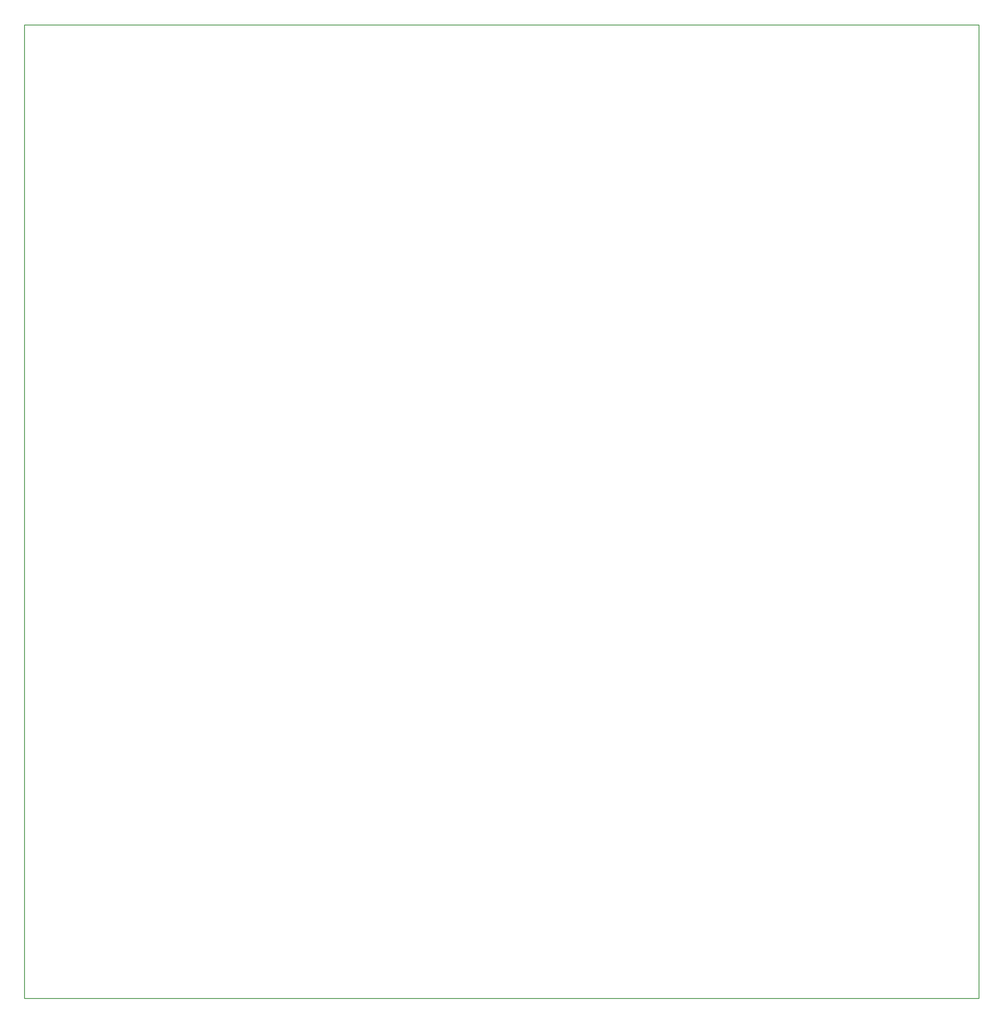
<source format=gko>
*
*
G04 PADS VX.2.3 Build Number: 9191294 generated Gerber (RS-274-X) file*
G04 PC Version=2.1*
*
%IN "radiant_v3.pcb"*%
*
%MOIN*%
*
%FSLAX35Y35*%
*
*
*
*
G04 PC Standard Apertures*
*
*
G04 Thermal Relief Aperture macro.*
%AMTER*
1,1,$1,0,0*
1,0,$1-$2,0,0*
21,0,$3,$4,0,0,45*
21,0,$3,$4,0,0,135*
%
*
*
G04 Annular Aperture macro.*
%AMANN*
1,1,$1,0,0*
1,0,$2,0,0*
%
*
*
G04 Odd Aperture macro.*
%AMODD*
1,1,$1,0,0*
1,0,$1-0.005,0,0*
%
*
*
G04 PC Custom Aperture Macros*
*
*
*
*
*
*
G04 PC Aperture Table*
*
%ADD010C,0.001*%
%ADD134C,0.01*%
*
*
*
*
G04 PC Circuitry*
G04 Layer Name radiant_v3.pcb - circuitry*
%LPD*%
*
*
G04 PC Custom Flashes*
G04 Layer Name radiant_v3.pcb - flashes*
%LPD*%
*
*
G04 PC Circuitry*
G04 Layer Name radiant_v3.pcb - circuitry*
%LPD*%
*
G54D10*
G54D134*
G01X100000Y1325000D02*
X1300000D01*
Y100000*
X100000*
Y1325000*
X0Y0D02*
M02*

</source>
